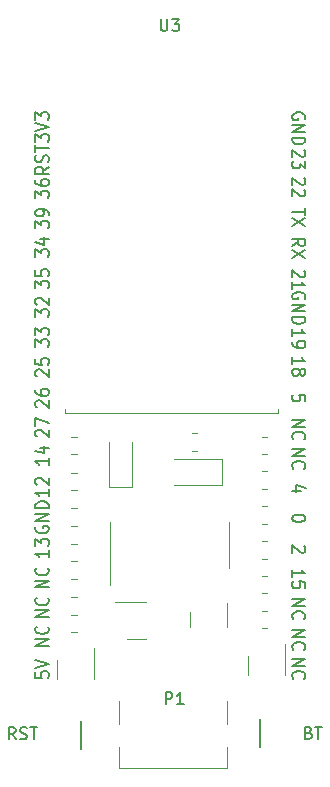
<source format=gbr>
%TF.GenerationSoftware,KiCad,Pcbnew,7.0.6-0*%
%TF.CreationDate,2024-01-10T12:45:23-06:00*%
%TF.ProjectId,ESP32_DevKit,45535033-325f-4446-9576-4b69742e6b69,rev?*%
%TF.SameCoordinates,Original*%
%TF.FileFunction,Legend,Top*%
%TF.FilePolarity,Positive*%
%FSLAX46Y46*%
G04 Gerber Fmt 4.6, Leading zero omitted, Abs format (unit mm)*
G04 Created by KiCad (PCBNEW 7.0.6-0) date 2024-01-10 12:45:23*
%MOMM*%
%LPD*%
G01*
G04 APERTURE LIST*
%ADD10C,0.177800*%
%ADD11C,0.150000*%
%ADD12C,0.120000*%
%ADD13C,0.200000*%
G04 APERTURE END LIST*
D10*
X200719127Y-90368877D02*
X201862127Y-90368877D01*
X201862127Y-90368877D02*
X200719127Y-90949449D01*
X200719127Y-90949449D02*
X201862127Y-90949449D01*
X200827984Y-92013830D02*
X200773556Y-91965449D01*
X200773556Y-91965449D02*
X200719127Y-91820306D01*
X200719127Y-91820306D02*
X200719127Y-91723544D01*
X200719127Y-91723544D02*
X200773556Y-91578401D01*
X200773556Y-91578401D02*
X200882413Y-91481639D01*
X200882413Y-91481639D02*
X200991270Y-91433258D01*
X200991270Y-91433258D02*
X201208984Y-91384877D01*
X201208984Y-91384877D02*
X201372270Y-91384877D01*
X201372270Y-91384877D02*
X201589984Y-91433258D01*
X201589984Y-91433258D02*
X201698841Y-91481639D01*
X201698841Y-91481639D02*
X201807698Y-91578401D01*
X201807698Y-91578401D02*
X201862127Y-91723544D01*
X201862127Y-91723544D02*
X201862127Y-91820306D01*
X201862127Y-91820306D02*
X201807698Y-91965449D01*
X201807698Y-91965449D02*
X201753270Y-92013830D01*
X179007872Y-66427884D02*
X179007872Y-65798931D01*
X179007872Y-65798931D02*
X179443301Y-66137598D01*
X179443301Y-66137598D02*
X179443301Y-65992455D01*
X179443301Y-65992455D02*
X179497729Y-65895693D01*
X179497729Y-65895693D02*
X179552158Y-65847312D01*
X179552158Y-65847312D02*
X179661015Y-65798931D01*
X179661015Y-65798931D02*
X179933158Y-65798931D01*
X179933158Y-65798931D02*
X180042015Y-65847312D01*
X180042015Y-65847312D02*
X180096444Y-65895693D01*
X180096444Y-65895693D02*
X180150872Y-65992455D01*
X180150872Y-65992455D02*
X180150872Y-66282741D01*
X180150872Y-66282741D02*
X180096444Y-66379503D01*
X180096444Y-66379503D02*
X180042015Y-66427884D01*
X179116729Y-65411884D02*
X179062301Y-65363503D01*
X179062301Y-65363503D02*
X179007872Y-65266741D01*
X179007872Y-65266741D02*
X179007872Y-65024836D01*
X179007872Y-65024836D02*
X179062301Y-64928074D01*
X179062301Y-64928074D02*
X179116729Y-64879693D01*
X179116729Y-64879693D02*
X179225586Y-64831312D01*
X179225586Y-64831312D02*
X179334444Y-64831312D01*
X179334444Y-64831312D02*
X179497729Y-64879693D01*
X179497729Y-64879693D02*
X180150872Y-65460265D01*
X180150872Y-65460265D02*
X180150872Y-64831312D01*
X201753270Y-85830496D02*
X201807698Y-85878877D01*
X201807698Y-85878877D02*
X201862127Y-85975639D01*
X201862127Y-85975639D02*
X201862127Y-86217544D01*
X201862127Y-86217544D02*
X201807698Y-86314306D01*
X201807698Y-86314306D02*
X201753270Y-86362687D01*
X201753270Y-86362687D02*
X201644413Y-86411068D01*
X201644413Y-86411068D02*
X201535556Y-86411068D01*
X201535556Y-86411068D02*
X201372270Y-86362687D01*
X201372270Y-86362687D02*
X200719127Y-85782115D01*
X200719127Y-85782115D02*
X200719127Y-86411068D01*
X179007872Y-61357884D02*
X179007872Y-60728931D01*
X179007872Y-60728931D02*
X179443301Y-61067598D01*
X179443301Y-61067598D02*
X179443301Y-60922455D01*
X179443301Y-60922455D02*
X179497729Y-60825693D01*
X179497729Y-60825693D02*
X179552158Y-60777312D01*
X179552158Y-60777312D02*
X179661015Y-60728931D01*
X179661015Y-60728931D02*
X179933158Y-60728931D01*
X179933158Y-60728931D02*
X180042015Y-60777312D01*
X180042015Y-60777312D02*
X180096444Y-60825693D01*
X180096444Y-60825693D02*
X180150872Y-60922455D01*
X180150872Y-60922455D02*
X180150872Y-61212741D01*
X180150872Y-61212741D02*
X180096444Y-61309503D01*
X180096444Y-61309503D02*
X180042015Y-61357884D01*
X179388872Y-59858074D02*
X180150872Y-59858074D01*
X178953444Y-60099979D02*
X179769872Y-60341884D01*
X179769872Y-60341884D02*
X179769872Y-59712931D01*
X180150872Y-86198931D02*
X180150872Y-86779503D01*
X180150872Y-86489217D02*
X179007872Y-86489217D01*
X179007872Y-86489217D02*
X179171158Y-86585979D01*
X179171158Y-86585979D02*
X179280015Y-86682741D01*
X179280015Y-86682741D02*
X179334444Y-86779503D01*
X179007872Y-85860265D02*
X179007872Y-85231312D01*
X179007872Y-85231312D02*
X179443301Y-85569979D01*
X179443301Y-85569979D02*
X179443301Y-85424836D01*
X179443301Y-85424836D02*
X179497729Y-85328074D01*
X179497729Y-85328074D02*
X179552158Y-85279693D01*
X179552158Y-85279693D02*
X179661015Y-85231312D01*
X179661015Y-85231312D02*
X179933158Y-85231312D01*
X179933158Y-85231312D02*
X180042015Y-85279693D01*
X180042015Y-85279693D02*
X180096444Y-85328074D01*
X180096444Y-85328074D02*
X180150872Y-85424836D01*
X180150872Y-85424836D02*
X180150872Y-85715122D01*
X180150872Y-85715122D02*
X180096444Y-85811884D01*
X180096444Y-85811884D02*
X180042015Y-85860265D01*
X179007872Y-56377884D02*
X179007872Y-55748931D01*
X179007872Y-55748931D02*
X179443301Y-56087598D01*
X179443301Y-56087598D02*
X179443301Y-55942455D01*
X179443301Y-55942455D02*
X179497729Y-55845693D01*
X179497729Y-55845693D02*
X179552158Y-55797312D01*
X179552158Y-55797312D02*
X179661015Y-55748931D01*
X179661015Y-55748931D02*
X179933158Y-55748931D01*
X179933158Y-55748931D02*
X180042015Y-55797312D01*
X180042015Y-55797312D02*
X180096444Y-55845693D01*
X180096444Y-55845693D02*
X180150872Y-55942455D01*
X180150872Y-55942455D02*
X180150872Y-56232741D01*
X180150872Y-56232741D02*
X180096444Y-56329503D01*
X180096444Y-56329503D02*
X180042015Y-56377884D01*
X179007872Y-54878074D02*
X179007872Y-55071598D01*
X179007872Y-55071598D02*
X179062301Y-55168360D01*
X179062301Y-55168360D02*
X179116729Y-55216741D01*
X179116729Y-55216741D02*
X179280015Y-55313503D01*
X179280015Y-55313503D02*
X179497729Y-55361884D01*
X179497729Y-55361884D02*
X179933158Y-55361884D01*
X179933158Y-55361884D02*
X180042015Y-55313503D01*
X180042015Y-55313503D02*
X180096444Y-55265122D01*
X180096444Y-55265122D02*
X180150872Y-55168360D01*
X180150872Y-55168360D02*
X180150872Y-54974836D01*
X180150872Y-54974836D02*
X180096444Y-54878074D01*
X180096444Y-54878074D02*
X180042015Y-54829693D01*
X180042015Y-54829693D02*
X179933158Y-54781312D01*
X179933158Y-54781312D02*
X179661015Y-54781312D01*
X179661015Y-54781312D02*
X179552158Y-54829693D01*
X179552158Y-54829693D02*
X179497729Y-54878074D01*
X179497729Y-54878074D02*
X179443301Y-54974836D01*
X179443301Y-54974836D02*
X179443301Y-55168360D01*
X179443301Y-55168360D02*
X179497729Y-55265122D01*
X179497729Y-55265122D02*
X179552158Y-55313503D01*
X179552158Y-55313503D02*
X179661015Y-55361884D01*
X180150872Y-53730550D02*
X179606586Y-54069217D01*
X180150872Y-54311122D02*
X179007872Y-54311122D01*
X179007872Y-54311122D02*
X179007872Y-53924074D01*
X179007872Y-53924074D02*
X179062301Y-53827312D01*
X179062301Y-53827312D02*
X179116729Y-53778931D01*
X179116729Y-53778931D02*
X179225586Y-53730550D01*
X179225586Y-53730550D02*
X179388872Y-53730550D01*
X179388872Y-53730550D02*
X179497729Y-53778931D01*
X179497729Y-53778931D02*
X179552158Y-53827312D01*
X179552158Y-53827312D02*
X179606586Y-53924074D01*
X179606586Y-53924074D02*
X179606586Y-54311122D01*
X180096444Y-53343503D02*
X180150872Y-53198360D01*
X180150872Y-53198360D02*
X180150872Y-52956455D01*
X180150872Y-52956455D02*
X180096444Y-52859693D01*
X180096444Y-52859693D02*
X180042015Y-52811312D01*
X180042015Y-52811312D02*
X179933158Y-52762931D01*
X179933158Y-52762931D02*
X179824301Y-52762931D01*
X179824301Y-52762931D02*
X179715444Y-52811312D01*
X179715444Y-52811312D02*
X179661015Y-52859693D01*
X179661015Y-52859693D02*
X179606586Y-52956455D01*
X179606586Y-52956455D02*
X179552158Y-53149979D01*
X179552158Y-53149979D02*
X179497729Y-53246741D01*
X179497729Y-53246741D02*
X179443301Y-53295122D01*
X179443301Y-53295122D02*
X179334444Y-53343503D01*
X179334444Y-53343503D02*
X179225586Y-53343503D01*
X179225586Y-53343503D02*
X179116729Y-53295122D01*
X179116729Y-53295122D02*
X179062301Y-53246741D01*
X179062301Y-53246741D02*
X179007872Y-53149979D01*
X179007872Y-53149979D02*
X179007872Y-52908074D01*
X179007872Y-52908074D02*
X179062301Y-52762931D01*
X179007872Y-52472646D02*
X179007872Y-51892074D01*
X180150872Y-52182360D02*
X179007872Y-52182360D01*
X200719127Y-70451068D02*
X200719127Y-69870496D01*
X200719127Y-70160782D02*
X201862127Y-70160782D01*
X201862127Y-70160782D02*
X201698841Y-70064020D01*
X201698841Y-70064020D02*
X201589984Y-69967258D01*
X201589984Y-69967258D02*
X201535556Y-69870496D01*
X201372270Y-71031639D02*
X201426698Y-70934877D01*
X201426698Y-70934877D02*
X201481127Y-70886496D01*
X201481127Y-70886496D02*
X201589984Y-70838115D01*
X201589984Y-70838115D02*
X201644413Y-70838115D01*
X201644413Y-70838115D02*
X201753270Y-70886496D01*
X201753270Y-70886496D02*
X201807698Y-70934877D01*
X201807698Y-70934877D02*
X201862127Y-71031639D01*
X201862127Y-71031639D02*
X201862127Y-71225163D01*
X201862127Y-71225163D02*
X201807698Y-71321925D01*
X201807698Y-71321925D02*
X201753270Y-71370306D01*
X201753270Y-71370306D02*
X201644413Y-71418687D01*
X201644413Y-71418687D02*
X201589984Y-71418687D01*
X201589984Y-71418687D02*
X201481127Y-71370306D01*
X201481127Y-71370306D02*
X201426698Y-71321925D01*
X201426698Y-71321925D02*
X201372270Y-71225163D01*
X201372270Y-71225163D02*
X201372270Y-71031639D01*
X201372270Y-71031639D02*
X201317841Y-70934877D01*
X201317841Y-70934877D02*
X201263413Y-70886496D01*
X201263413Y-70886496D02*
X201154556Y-70838115D01*
X201154556Y-70838115D02*
X200936841Y-70838115D01*
X200936841Y-70838115D02*
X200827984Y-70886496D01*
X200827984Y-70886496D02*
X200773556Y-70934877D01*
X200773556Y-70934877D02*
X200719127Y-71031639D01*
X200719127Y-71031639D02*
X200719127Y-71225163D01*
X200719127Y-71225163D02*
X200773556Y-71321925D01*
X200773556Y-71321925D02*
X200827984Y-71370306D01*
X200827984Y-71370306D02*
X200936841Y-71418687D01*
X200936841Y-71418687D02*
X201154556Y-71418687D01*
X201154556Y-71418687D02*
X201263413Y-71370306D01*
X201263413Y-71370306D02*
X201317841Y-71321925D01*
X201317841Y-71321925D02*
X201372270Y-71225163D01*
X179062301Y-84198931D02*
X179007872Y-84295693D01*
X179007872Y-84295693D02*
X179007872Y-84440836D01*
X179007872Y-84440836D02*
X179062301Y-84585979D01*
X179062301Y-84585979D02*
X179171158Y-84682741D01*
X179171158Y-84682741D02*
X179280015Y-84731122D01*
X179280015Y-84731122D02*
X179497729Y-84779503D01*
X179497729Y-84779503D02*
X179661015Y-84779503D01*
X179661015Y-84779503D02*
X179878729Y-84731122D01*
X179878729Y-84731122D02*
X179987586Y-84682741D01*
X179987586Y-84682741D02*
X180096444Y-84585979D01*
X180096444Y-84585979D02*
X180150872Y-84440836D01*
X180150872Y-84440836D02*
X180150872Y-84344074D01*
X180150872Y-84344074D02*
X180096444Y-84198931D01*
X180096444Y-84198931D02*
X180042015Y-84150550D01*
X180042015Y-84150550D02*
X179661015Y-84150550D01*
X179661015Y-84150550D02*
X179661015Y-84344074D01*
X180150872Y-83715122D02*
X179007872Y-83715122D01*
X179007872Y-83715122D02*
X180150872Y-83134550D01*
X180150872Y-83134550D02*
X179007872Y-83134550D01*
X180150872Y-82650741D02*
X179007872Y-82650741D01*
X179007872Y-82650741D02*
X179007872Y-82408836D01*
X179007872Y-82408836D02*
X179062301Y-82263693D01*
X179062301Y-82263693D02*
X179171158Y-82166931D01*
X179171158Y-82166931D02*
X179280015Y-82118550D01*
X179280015Y-82118550D02*
X179497729Y-82070169D01*
X179497729Y-82070169D02*
X179661015Y-82070169D01*
X179661015Y-82070169D02*
X179878729Y-82118550D01*
X179878729Y-82118550D02*
X179987586Y-82166931D01*
X179987586Y-82166931D02*
X180096444Y-82263693D01*
X180096444Y-82263693D02*
X180150872Y-82408836D01*
X180150872Y-82408836D02*
X180150872Y-82650741D01*
X180150872Y-78398931D02*
X180150872Y-78979503D01*
X180150872Y-78689217D02*
X179007872Y-78689217D01*
X179007872Y-78689217D02*
X179171158Y-78785979D01*
X179171158Y-78785979D02*
X179280015Y-78882741D01*
X179280015Y-78882741D02*
X179334444Y-78979503D01*
X179388872Y-77528074D02*
X180150872Y-77528074D01*
X178953444Y-77769979D02*
X179769872Y-78011884D01*
X179769872Y-78011884D02*
X179769872Y-77382931D01*
X179116729Y-71479503D02*
X179062301Y-71431122D01*
X179062301Y-71431122D02*
X179007872Y-71334360D01*
X179007872Y-71334360D02*
X179007872Y-71092455D01*
X179007872Y-71092455D02*
X179062301Y-70995693D01*
X179062301Y-70995693D02*
X179116729Y-70947312D01*
X179116729Y-70947312D02*
X179225586Y-70898931D01*
X179225586Y-70898931D02*
X179334444Y-70898931D01*
X179334444Y-70898931D02*
X179497729Y-70947312D01*
X179497729Y-70947312D02*
X180150872Y-71527884D01*
X180150872Y-71527884D02*
X180150872Y-70898931D01*
X179007872Y-69979693D02*
X179007872Y-70463503D01*
X179007872Y-70463503D02*
X179552158Y-70511884D01*
X179552158Y-70511884D02*
X179497729Y-70463503D01*
X179497729Y-70463503D02*
X179443301Y-70366741D01*
X179443301Y-70366741D02*
X179443301Y-70124836D01*
X179443301Y-70124836D02*
X179497729Y-70028074D01*
X179497729Y-70028074D02*
X179552158Y-69979693D01*
X179552158Y-69979693D02*
X179661015Y-69931312D01*
X179661015Y-69931312D02*
X179933158Y-69931312D01*
X179933158Y-69931312D02*
X180042015Y-69979693D01*
X180042015Y-69979693D02*
X180096444Y-70028074D01*
X180096444Y-70028074D02*
X180150872Y-70124836D01*
X180150872Y-70124836D02*
X180150872Y-70366741D01*
X180150872Y-70366741D02*
X180096444Y-70463503D01*
X180096444Y-70463503D02*
X180042015Y-70511884D01*
X201753270Y-52330496D02*
X201807698Y-52378877D01*
X201807698Y-52378877D02*
X201862127Y-52475639D01*
X201862127Y-52475639D02*
X201862127Y-52717544D01*
X201862127Y-52717544D02*
X201807698Y-52814306D01*
X201807698Y-52814306D02*
X201753270Y-52862687D01*
X201753270Y-52862687D02*
X201644413Y-52911068D01*
X201644413Y-52911068D02*
X201535556Y-52911068D01*
X201535556Y-52911068D02*
X201372270Y-52862687D01*
X201372270Y-52862687D02*
X200719127Y-52282115D01*
X200719127Y-52282115D02*
X200719127Y-52911068D01*
X201862127Y-53249734D02*
X201862127Y-53878687D01*
X201862127Y-53878687D02*
X201426698Y-53540020D01*
X201426698Y-53540020D02*
X201426698Y-53685163D01*
X201426698Y-53685163D02*
X201372270Y-53781925D01*
X201372270Y-53781925D02*
X201317841Y-53830306D01*
X201317841Y-53830306D02*
X201208984Y-53878687D01*
X201208984Y-53878687D02*
X200936841Y-53878687D01*
X200936841Y-53878687D02*
X200827984Y-53830306D01*
X200827984Y-53830306D02*
X200773556Y-53781925D01*
X200773556Y-53781925D02*
X200719127Y-53685163D01*
X200719127Y-53685163D02*
X200719127Y-53394877D01*
X200719127Y-53394877D02*
X200773556Y-53298115D01*
X200773556Y-53298115D02*
X200827984Y-53249734D01*
X201862127Y-57253734D02*
X201862127Y-57834306D01*
X200719127Y-57544020D02*
X201862127Y-57544020D01*
X201862127Y-58076210D02*
X200719127Y-58753544D01*
X201862127Y-58753544D02*
X200719127Y-58076210D01*
X201753270Y-62520496D02*
X201807698Y-62568877D01*
X201807698Y-62568877D02*
X201862127Y-62665639D01*
X201862127Y-62665639D02*
X201862127Y-62907544D01*
X201862127Y-62907544D02*
X201807698Y-63004306D01*
X201807698Y-63004306D02*
X201753270Y-63052687D01*
X201753270Y-63052687D02*
X201644413Y-63101068D01*
X201644413Y-63101068D02*
X201535556Y-63101068D01*
X201535556Y-63101068D02*
X201372270Y-63052687D01*
X201372270Y-63052687D02*
X200719127Y-62472115D01*
X200719127Y-62472115D02*
X200719127Y-63101068D01*
X200719127Y-64068687D02*
X200719127Y-63488115D01*
X200719127Y-63778401D02*
X201862127Y-63778401D01*
X201862127Y-63778401D02*
X201698841Y-63681639D01*
X201698841Y-63681639D02*
X201589984Y-63584877D01*
X201589984Y-63584877D02*
X201535556Y-63488115D01*
X179116729Y-76569503D02*
X179062301Y-76521122D01*
X179062301Y-76521122D02*
X179007872Y-76424360D01*
X179007872Y-76424360D02*
X179007872Y-76182455D01*
X179007872Y-76182455D02*
X179062301Y-76085693D01*
X179062301Y-76085693D02*
X179116729Y-76037312D01*
X179116729Y-76037312D02*
X179225586Y-75988931D01*
X179225586Y-75988931D02*
X179334444Y-75988931D01*
X179334444Y-75988931D02*
X179497729Y-76037312D01*
X179497729Y-76037312D02*
X180150872Y-76617884D01*
X180150872Y-76617884D02*
X180150872Y-75988931D01*
X179007872Y-75650265D02*
X179007872Y-74972931D01*
X179007872Y-74972931D02*
X180150872Y-75408360D01*
X201862127Y-73552687D02*
X201862127Y-73068877D01*
X201862127Y-73068877D02*
X201317841Y-73020496D01*
X201317841Y-73020496D02*
X201372270Y-73068877D01*
X201372270Y-73068877D02*
X201426698Y-73165639D01*
X201426698Y-73165639D02*
X201426698Y-73407544D01*
X201426698Y-73407544D02*
X201372270Y-73504306D01*
X201372270Y-73504306D02*
X201317841Y-73552687D01*
X201317841Y-73552687D02*
X201208984Y-73601068D01*
X201208984Y-73601068D02*
X200936841Y-73601068D01*
X200936841Y-73601068D02*
X200827984Y-73552687D01*
X200827984Y-73552687D02*
X200773556Y-73504306D01*
X200773556Y-73504306D02*
X200719127Y-73407544D01*
X200719127Y-73407544D02*
X200719127Y-73165639D01*
X200719127Y-73165639D02*
X200773556Y-73068877D01*
X200773556Y-73068877D02*
X200827984Y-73020496D01*
X179007872Y-64027884D02*
X179007872Y-63398931D01*
X179007872Y-63398931D02*
X179443301Y-63737598D01*
X179443301Y-63737598D02*
X179443301Y-63592455D01*
X179443301Y-63592455D02*
X179497729Y-63495693D01*
X179497729Y-63495693D02*
X179552158Y-63447312D01*
X179552158Y-63447312D02*
X179661015Y-63398931D01*
X179661015Y-63398931D02*
X179933158Y-63398931D01*
X179933158Y-63398931D02*
X180042015Y-63447312D01*
X180042015Y-63447312D02*
X180096444Y-63495693D01*
X180096444Y-63495693D02*
X180150872Y-63592455D01*
X180150872Y-63592455D02*
X180150872Y-63882741D01*
X180150872Y-63882741D02*
X180096444Y-63979503D01*
X180096444Y-63979503D02*
X180042015Y-64027884D01*
X179007872Y-62479693D02*
X179007872Y-62963503D01*
X179007872Y-62963503D02*
X179552158Y-63011884D01*
X179552158Y-63011884D02*
X179497729Y-62963503D01*
X179497729Y-62963503D02*
X179443301Y-62866741D01*
X179443301Y-62866741D02*
X179443301Y-62624836D01*
X179443301Y-62624836D02*
X179497729Y-62528074D01*
X179497729Y-62528074D02*
X179552158Y-62479693D01*
X179552158Y-62479693D02*
X179661015Y-62431312D01*
X179661015Y-62431312D02*
X179933158Y-62431312D01*
X179933158Y-62431312D02*
X180042015Y-62479693D01*
X180042015Y-62479693D02*
X180096444Y-62528074D01*
X180096444Y-62528074D02*
X180150872Y-62624836D01*
X180150872Y-62624836D02*
X180150872Y-62866741D01*
X180150872Y-62866741D02*
X180096444Y-62963503D01*
X180096444Y-62963503D02*
X180042015Y-63011884D01*
X179007872Y-96497312D02*
X179007872Y-96981122D01*
X179007872Y-96981122D02*
X179552158Y-97029503D01*
X179552158Y-97029503D02*
X179497729Y-96981122D01*
X179497729Y-96981122D02*
X179443301Y-96884360D01*
X179443301Y-96884360D02*
X179443301Y-96642455D01*
X179443301Y-96642455D02*
X179497729Y-96545693D01*
X179497729Y-96545693D02*
X179552158Y-96497312D01*
X179552158Y-96497312D02*
X179661015Y-96448931D01*
X179661015Y-96448931D02*
X179933158Y-96448931D01*
X179933158Y-96448931D02*
X180042015Y-96497312D01*
X180042015Y-96497312D02*
X180096444Y-96545693D01*
X180096444Y-96545693D02*
X180150872Y-96642455D01*
X180150872Y-96642455D02*
X180150872Y-96884360D01*
X180150872Y-96884360D02*
X180096444Y-96981122D01*
X180096444Y-96981122D02*
X180042015Y-97029503D01*
X179007872Y-96158646D02*
X180150872Y-95819979D01*
X180150872Y-95819979D02*
X179007872Y-95481312D01*
X180150872Y-81028931D02*
X180150872Y-81609503D01*
X180150872Y-81319217D02*
X179007872Y-81319217D01*
X179007872Y-81319217D02*
X179171158Y-81415979D01*
X179171158Y-81415979D02*
X179280015Y-81512741D01*
X179280015Y-81512741D02*
X179334444Y-81609503D01*
X179116729Y-80641884D02*
X179062301Y-80593503D01*
X179062301Y-80593503D02*
X179007872Y-80496741D01*
X179007872Y-80496741D02*
X179007872Y-80254836D01*
X179007872Y-80254836D02*
X179062301Y-80158074D01*
X179062301Y-80158074D02*
X179116729Y-80109693D01*
X179116729Y-80109693D02*
X179225586Y-80061312D01*
X179225586Y-80061312D02*
X179334444Y-80061312D01*
X179334444Y-80061312D02*
X179497729Y-80109693D01*
X179497729Y-80109693D02*
X180150872Y-80690265D01*
X180150872Y-80690265D02*
X180150872Y-80061312D01*
X179007872Y-68987884D02*
X179007872Y-68358931D01*
X179007872Y-68358931D02*
X179443301Y-68697598D01*
X179443301Y-68697598D02*
X179443301Y-68552455D01*
X179443301Y-68552455D02*
X179497729Y-68455693D01*
X179497729Y-68455693D02*
X179552158Y-68407312D01*
X179552158Y-68407312D02*
X179661015Y-68358931D01*
X179661015Y-68358931D02*
X179933158Y-68358931D01*
X179933158Y-68358931D02*
X180042015Y-68407312D01*
X180042015Y-68407312D02*
X180096444Y-68455693D01*
X180096444Y-68455693D02*
X180150872Y-68552455D01*
X180150872Y-68552455D02*
X180150872Y-68842741D01*
X180150872Y-68842741D02*
X180096444Y-68939503D01*
X180096444Y-68939503D02*
X180042015Y-68987884D01*
X179007872Y-68020265D02*
X179007872Y-67391312D01*
X179007872Y-67391312D02*
X179443301Y-67729979D01*
X179443301Y-67729979D02*
X179443301Y-67584836D01*
X179443301Y-67584836D02*
X179497729Y-67488074D01*
X179497729Y-67488074D02*
X179552158Y-67439693D01*
X179552158Y-67439693D02*
X179661015Y-67391312D01*
X179661015Y-67391312D02*
X179933158Y-67391312D01*
X179933158Y-67391312D02*
X180042015Y-67439693D01*
X180042015Y-67439693D02*
X180096444Y-67488074D01*
X180096444Y-67488074D02*
X180150872Y-67584836D01*
X180150872Y-67584836D02*
X180150872Y-67875122D01*
X180150872Y-67875122D02*
X180096444Y-67971884D01*
X180096444Y-67971884D02*
X180042015Y-68020265D01*
X201807698Y-49721068D02*
X201862127Y-49624306D01*
X201862127Y-49624306D02*
X201862127Y-49479163D01*
X201862127Y-49479163D02*
X201807698Y-49334020D01*
X201807698Y-49334020D02*
X201698841Y-49237258D01*
X201698841Y-49237258D02*
X201589984Y-49188877D01*
X201589984Y-49188877D02*
X201372270Y-49140496D01*
X201372270Y-49140496D02*
X201208984Y-49140496D01*
X201208984Y-49140496D02*
X200991270Y-49188877D01*
X200991270Y-49188877D02*
X200882413Y-49237258D01*
X200882413Y-49237258D02*
X200773556Y-49334020D01*
X200773556Y-49334020D02*
X200719127Y-49479163D01*
X200719127Y-49479163D02*
X200719127Y-49575925D01*
X200719127Y-49575925D02*
X200773556Y-49721068D01*
X200773556Y-49721068D02*
X200827984Y-49769449D01*
X200827984Y-49769449D02*
X201208984Y-49769449D01*
X201208984Y-49769449D02*
X201208984Y-49575925D01*
X200719127Y-50204877D02*
X201862127Y-50204877D01*
X201862127Y-50204877D02*
X200719127Y-50785449D01*
X200719127Y-50785449D02*
X201862127Y-50785449D01*
X200719127Y-51269258D02*
X201862127Y-51269258D01*
X201862127Y-51269258D02*
X201862127Y-51511163D01*
X201862127Y-51511163D02*
X201807698Y-51656306D01*
X201807698Y-51656306D02*
X201698841Y-51753068D01*
X201698841Y-51753068D02*
X201589984Y-51801449D01*
X201589984Y-51801449D02*
X201372270Y-51849830D01*
X201372270Y-51849830D02*
X201208984Y-51849830D01*
X201208984Y-51849830D02*
X200991270Y-51801449D01*
X200991270Y-51801449D02*
X200882413Y-51753068D01*
X200882413Y-51753068D02*
X200773556Y-51656306D01*
X200773556Y-51656306D02*
X200719127Y-51511163D01*
X200719127Y-51511163D02*
X200719127Y-51269258D01*
X201862127Y-83452401D02*
X201862127Y-83549163D01*
X201862127Y-83549163D02*
X201807698Y-83645925D01*
X201807698Y-83645925D02*
X201753270Y-83694306D01*
X201753270Y-83694306D02*
X201644413Y-83742687D01*
X201644413Y-83742687D02*
X201426698Y-83791068D01*
X201426698Y-83791068D02*
X201154556Y-83791068D01*
X201154556Y-83791068D02*
X200936841Y-83742687D01*
X200936841Y-83742687D02*
X200827984Y-83694306D01*
X200827984Y-83694306D02*
X200773556Y-83645925D01*
X200773556Y-83645925D02*
X200719127Y-83549163D01*
X200719127Y-83549163D02*
X200719127Y-83452401D01*
X200719127Y-83452401D02*
X200773556Y-83355639D01*
X200773556Y-83355639D02*
X200827984Y-83307258D01*
X200827984Y-83307258D02*
X200936841Y-83258877D01*
X200936841Y-83258877D02*
X201154556Y-83210496D01*
X201154556Y-83210496D02*
X201426698Y-83210496D01*
X201426698Y-83210496D02*
X201644413Y-83258877D01*
X201644413Y-83258877D02*
X201753270Y-83307258D01*
X201753270Y-83307258D02*
X201807698Y-83355639D01*
X201807698Y-83355639D02*
X201862127Y-83452401D01*
X200719127Y-95428877D02*
X201862127Y-95428877D01*
X201862127Y-95428877D02*
X200719127Y-96009449D01*
X200719127Y-96009449D02*
X201862127Y-96009449D01*
X200827984Y-97073830D02*
X200773556Y-97025449D01*
X200773556Y-97025449D02*
X200719127Y-96880306D01*
X200719127Y-96880306D02*
X200719127Y-96783544D01*
X200719127Y-96783544D02*
X200773556Y-96638401D01*
X200773556Y-96638401D02*
X200882413Y-96541639D01*
X200882413Y-96541639D02*
X200991270Y-96493258D01*
X200991270Y-96493258D02*
X201208984Y-96444877D01*
X201208984Y-96444877D02*
X201372270Y-96444877D01*
X201372270Y-96444877D02*
X201589984Y-96493258D01*
X201589984Y-96493258D02*
X201698841Y-96541639D01*
X201698841Y-96541639D02*
X201807698Y-96638401D01*
X201807698Y-96638401D02*
X201862127Y-96783544D01*
X201862127Y-96783544D02*
X201862127Y-96880306D01*
X201862127Y-96880306D02*
X201807698Y-97025449D01*
X201807698Y-97025449D02*
X201753270Y-97073830D01*
X200719127Y-75148877D02*
X201862127Y-75148877D01*
X201862127Y-75148877D02*
X200719127Y-75729449D01*
X200719127Y-75729449D02*
X201862127Y-75729449D01*
X200827984Y-76793830D02*
X200773556Y-76745449D01*
X200773556Y-76745449D02*
X200719127Y-76600306D01*
X200719127Y-76600306D02*
X200719127Y-76503544D01*
X200719127Y-76503544D02*
X200773556Y-76358401D01*
X200773556Y-76358401D02*
X200882413Y-76261639D01*
X200882413Y-76261639D02*
X200991270Y-76213258D01*
X200991270Y-76213258D02*
X201208984Y-76164877D01*
X201208984Y-76164877D02*
X201372270Y-76164877D01*
X201372270Y-76164877D02*
X201589984Y-76213258D01*
X201589984Y-76213258D02*
X201698841Y-76261639D01*
X201698841Y-76261639D02*
X201807698Y-76358401D01*
X201807698Y-76358401D02*
X201862127Y-76503544D01*
X201862127Y-76503544D02*
X201862127Y-76600306D01*
X201862127Y-76600306D02*
X201807698Y-76745449D01*
X201807698Y-76745449D02*
X201753270Y-76793830D01*
X180150872Y-91861122D02*
X179007872Y-91861122D01*
X179007872Y-91861122D02*
X180150872Y-91280550D01*
X180150872Y-91280550D02*
X179007872Y-91280550D01*
X180042015Y-90216169D02*
X180096444Y-90264550D01*
X180096444Y-90264550D02*
X180150872Y-90409693D01*
X180150872Y-90409693D02*
X180150872Y-90506455D01*
X180150872Y-90506455D02*
X180096444Y-90651598D01*
X180096444Y-90651598D02*
X179987586Y-90748360D01*
X179987586Y-90748360D02*
X179878729Y-90796741D01*
X179878729Y-90796741D02*
X179661015Y-90845122D01*
X179661015Y-90845122D02*
X179497729Y-90845122D01*
X179497729Y-90845122D02*
X179280015Y-90796741D01*
X179280015Y-90796741D02*
X179171158Y-90748360D01*
X179171158Y-90748360D02*
X179062301Y-90651598D01*
X179062301Y-90651598D02*
X179007872Y-90506455D01*
X179007872Y-90506455D02*
X179007872Y-90409693D01*
X179007872Y-90409693D02*
X179062301Y-90264550D01*
X179062301Y-90264550D02*
X179116729Y-90216169D01*
X200719127Y-77638877D02*
X201862127Y-77638877D01*
X201862127Y-77638877D02*
X200719127Y-78219449D01*
X200719127Y-78219449D02*
X201862127Y-78219449D01*
X200827984Y-79283830D02*
X200773556Y-79235449D01*
X200773556Y-79235449D02*
X200719127Y-79090306D01*
X200719127Y-79090306D02*
X200719127Y-78993544D01*
X200719127Y-78993544D02*
X200773556Y-78848401D01*
X200773556Y-78848401D02*
X200882413Y-78751639D01*
X200882413Y-78751639D02*
X200991270Y-78703258D01*
X200991270Y-78703258D02*
X201208984Y-78654877D01*
X201208984Y-78654877D02*
X201372270Y-78654877D01*
X201372270Y-78654877D02*
X201589984Y-78703258D01*
X201589984Y-78703258D02*
X201698841Y-78751639D01*
X201698841Y-78751639D02*
X201807698Y-78848401D01*
X201807698Y-78848401D02*
X201862127Y-78993544D01*
X201862127Y-78993544D02*
X201862127Y-79090306D01*
X201862127Y-79090306D02*
X201807698Y-79235449D01*
X201807698Y-79235449D02*
X201753270Y-79283830D01*
X200719127Y-92978877D02*
X201862127Y-92978877D01*
X201862127Y-92978877D02*
X200719127Y-93559449D01*
X200719127Y-93559449D02*
X201862127Y-93559449D01*
X200827984Y-94623830D02*
X200773556Y-94575449D01*
X200773556Y-94575449D02*
X200719127Y-94430306D01*
X200719127Y-94430306D02*
X200719127Y-94333544D01*
X200719127Y-94333544D02*
X200773556Y-94188401D01*
X200773556Y-94188401D02*
X200882413Y-94091639D01*
X200882413Y-94091639D02*
X200991270Y-94043258D01*
X200991270Y-94043258D02*
X201208984Y-93994877D01*
X201208984Y-93994877D02*
X201372270Y-93994877D01*
X201372270Y-93994877D02*
X201589984Y-94043258D01*
X201589984Y-94043258D02*
X201698841Y-94091639D01*
X201698841Y-94091639D02*
X201807698Y-94188401D01*
X201807698Y-94188401D02*
X201862127Y-94333544D01*
X201862127Y-94333544D02*
X201862127Y-94430306D01*
X201862127Y-94430306D02*
X201807698Y-94575449D01*
X201807698Y-94575449D02*
X201753270Y-94623830D01*
X180150872Y-89351122D02*
X179007872Y-89351122D01*
X179007872Y-89351122D02*
X180150872Y-88770550D01*
X180150872Y-88770550D02*
X179007872Y-88770550D01*
X180042015Y-87706169D02*
X180096444Y-87754550D01*
X180096444Y-87754550D02*
X180150872Y-87899693D01*
X180150872Y-87899693D02*
X180150872Y-87996455D01*
X180150872Y-87996455D02*
X180096444Y-88141598D01*
X180096444Y-88141598D02*
X179987586Y-88238360D01*
X179987586Y-88238360D02*
X179878729Y-88286741D01*
X179878729Y-88286741D02*
X179661015Y-88335122D01*
X179661015Y-88335122D02*
X179497729Y-88335122D01*
X179497729Y-88335122D02*
X179280015Y-88286741D01*
X179280015Y-88286741D02*
X179171158Y-88238360D01*
X179171158Y-88238360D02*
X179062301Y-88141598D01*
X179062301Y-88141598D02*
X179007872Y-87996455D01*
X179007872Y-87996455D02*
X179007872Y-87899693D01*
X179007872Y-87899693D02*
X179062301Y-87754550D01*
X179062301Y-87754550D02*
X179116729Y-87706169D01*
X200719127Y-68091068D02*
X200719127Y-67510496D01*
X200719127Y-67800782D02*
X201862127Y-67800782D01*
X201862127Y-67800782D02*
X201698841Y-67704020D01*
X201698841Y-67704020D02*
X201589984Y-67607258D01*
X201589984Y-67607258D02*
X201535556Y-67510496D01*
X200719127Y-68574877D02*
X200719127Y-68768401D01*
X200719127Y-68768401D02*
X200773556Y-68865163D01*
X200773556Y-68865163D02*
X200827984Y-68913544D01*
X200827984Y-68913544D02*
X200991270Y-69010306D01*
X200991270Y-69010306D02*
X201208984Y-69058687D01*
X201208984Y-69058687D02*
X201644413Y-69058687D01*
X201644413Y-69058687D02*
X201753270Y-69010306D01*
X201753270Y-69010306D02*
X201807698Y-68961925D01*
X201807698Y-68961925D02*
X201862127Y-68865163D01*
X201862127Y-68865163D02*
X201862127Y-68671639D01*
X201862127Y-68671639D02*
X201807698Y-68574877D01*
X201807698Y-68574877D02*
X201753270Y-68526496D01*
X201753270Y-68526496D02*
X201644413Y-68478115D01*
X201644413Y-68478115D02*
X201372270Y-68478115D01*
X201372270Y-68478115D02*
X201263413Y-68526496D01*
X201263413Y-68526496D02*
X201208984Y-68574877D01*
X201208984Y-68574877D02*
X201154556Y-68671639D01*
X201154556Y-68671639D02*
X201154556Y-68865163D01*
X201154556Y-68865163D02*
X201208984Y-68961925D01*
X201208984Y-68961925D02*
X201263413Y-69010306D01*
X201263413Y-69010306D02*
X201372270Y-69058687D01*
X179007872Y-58947884D02*
X179007872Y-58318931D01*
X179007872Y-58318931D02*
X179443301Y-58657598D01*
X179443301Y-58657598D02*
X179443301Y-58512455D01*
X179443301Y-58512455D02*
X179497729Y-58415693D01*
X179497729Y-58415693D02*
X179552158Y-58367312D01*
X179552158Y-58367312D02*
X179661015Y-58318931D01*
X179661015Y-58318931D02*
X179933158Y-58318931D01*
X179933158Y-58318931D02*
X180042015Y-58367312D01*
X180042015Y-58367312D02*
X180096444Y-58415693D01*
X180096444Y-58415693D02*
X180150872Y-58512455D01*
X180150872Y-58512455D02*
X180150872Y-58802741D01*
X180150872Y-58802741D02*
X180096444Y-58899503D01*
X180096444Y-58899503D02*
X180042015Y-58947884D01*
X180150872Y-57835122D02*
X180150872Y-57641598D01*
X180150872Y-57641598D02*
X180096444Y-57544836D01*
X180096444Y-57544836D02*
X180042015Y-57496455D01*
X180042015Y-57496455D02*
X179878729Y-57399693D01*
X179878729Y-57399693D02*
X179661015Y-57351312D01*
X179661015Y-57351312D02*
X179225586Y-57351312D01*
X179225586Y-57351312D02*
X179116729Y-57399693D01*
X179116729Y-57399693D02*
X179062301Y-57448074D01*
X179062301Y-57448074D02*
X179007872Y-57544836D01*
X179007872Y-57544836D02*
X179007872Y-57738360D01*
X179007872Y-57738360D02*
X179062301Y-57835122D01*
X179062301Y-57835122D02*
X179116729Y-57883503D01*
X179116729Y-57883503D02*
X179225586Y-57931884D01*
X179225586Y-57931884D02*
X179497729Y-57931884D01*
X179497729Y-57931884D02*
X179606586Y-57883503D01*
X179606586Y-57883503D02*
X179661015Y-57835122D01*
X179661015Y-57835122D02*
X179715444Y-57738360D01*
X179715444Y-57738360D02*
X179715444Y-57544836D01*
X179715444Y-57544836D02*
X179661015Y-57448074D01*
X179661015Y-57448074D02*
X179606586Y-57399693D01*
X179606586Y-57399693D02*
X179497729Y-57351312D01*
X179116729Y-74089503D02*
X179062301Y-74041122D01*
X179062301Y-74041122D02*
X179007872Y-73944360D01*
X179007872Y-73944360D02*
X179007872Y-73702455D01*
X179007872Y-73702455D02*
X179062301Y-73605693D01*
X179062301Y-73605693D02*
X179116729Y-73557312D01*
X179116729Y-73557312D02*
X179225586Y-73508931D01*
X179225586Y-73508931D02*
X179334444Y-73508931D01*
X179334444Y-73508931D02*
X179497729Y-73557312D01*
X179497729Y-73557312D02*
X180150872Y-74137884D01*
X180150872Y-74137884D02*
X180150872Y-73508931D01*
X179007872Y-72638074D02*
X179007872Y-72831598D01*
X179007872Y-72831598D02*
X179062301Y-72928360D01*
X179062301Y-72928360D02*
X179116729Y-72976741D01*
X179116729Y-72976741D02*
X179280015Y-73073503D01*
X179280015Y-73073503D02*
X179497729Y-73121884D01*
X179497729Y-73121884D02*
X179933158Y-73121884D01*
X179933158Y-73121884D02*
X180042015Y-73073503D01*
X180042015Y-73073503D02*
X180096444Y-73025122D01*
X180096444Y-73025122D02*
X180150872Y-72928360D01*
X180150872Y-72928360D02*
X180150872Y-72734836D01*
X180150872Y-72734836D02*
X180096444Y-72638074D01*
X180096444Y-72638074D02*
X180042015Y-72589693D01*
X180042015Y-72589693D02*
X179933158Y-72541312D01*
X179933158Y-72541312D02*
X179661015Y-72541312D01*
X179661015Y-72541312D02*
X179552158Y-72589693D01*
X179552158Y-72589693D02*
X179497729Y-72638074D01*
X179497729Y-72638074D02*
X179443301Y-72734836D01*
X179443301Y-72734836D02*
X179443301Y-72928360D01*
X179443301Y-72928360D02*
X179497729Y-73025122D01*
X179497729Y-73025122D02*
X179552158Y-73073503D01*
X179552158Y-73073503D02*
X179661015Y-73121884D01*
X200719127Y-88451068D02*
X200719127Y-87870496D01*
X200719127Y-88160782D02*
X201862127Y-88160782D01*
X201862127Y-88160782D02*
X201698841Y-88064020D01*
X201698841Y-88064020D02*
X201589984Y-87967258D01*
X201589984Y-87967258D02*
X201535556Y-87870496D01*
X201862127Y-89370306D02*
X201862127Y-88886496D01*
X201862127Y-88886496D02*
X201317841Y-88838115D01*
X201317841Y-88838115D02*
X201372270Y-88886496D01*
X201372270Y-88886496D02*
X201426698Y-88983258D01*
X201426698Y-88983258D02*
X201426698Y-89225163D01*
X201426698Y-89225163D02*
X201372270Y-89321925D01*
X201372270Y-89321925D02*
X201317841Y-89370306D01*
X201317841Y-89370306D02*
X201208984Y-89418687D01*
X201208984Y-89418687D02*
X200936841Y-89418687D01*
X200936841Y-89418687D02*
X200827984Y-89370306D01*
X200827984Y-89370306D02*
X200773556Y-89321925D01*
X200773556Y-89321925D02*
X200719127Y-89225163D01*
X200719127Y-89225163D02*
X200719127Y-88983258D01*
X200719127Y-88983258D02*
X200773556Y-88886496D01*
X200773556Y-88886496D02*
X200827984Y-88838115D01*
X201481127Y-81164306D02*
X200719127Y-81164306D01*
X201916556Y-80922401D02*
X201100127Y-80680496D01*
X201100127Y-80680496D02*
X201100127Y-81309449D01*
X200709127Y-60439449D02*
X201253413Y-60100782D01*
X200709127Y-59858877D02*
X201852127Y-59858877D01*
X201852127Y-59858877D02*
X201852127Y-60245925D01*
X201852127Y-60245925D02*
X201797698Y-60342687D01*
X201797698Y-60342687D02*
X201743270Y-60391068D01*
X201743270Y-60391068D02*
X201634413Y-60439449D01*
X201634413Y-60439449D02*
X201471127Y-60439449D01*
X201471127Y-60439449D02*
X201362270Y-60391068D01*
X201362270Y-60391068D02*
X201307841Y-60342687D01*
X201307841Y-60342687D02*
X201253413Y-60245925D01*
X201253413Y-60245925D02*
X201253413Y-59858877D01*
X201852127Y-60778115D02*
X200709127Y-61455449D01*
X201852127Y-61455449D02*
X200709127Y-60778115D01*
X201753270Y-54700496D02*
X201807698Y-54748877D01*
X201807698Y-54748877D02*
X201862127Y-54845639D01*
X201862127Y-54845639D02*
X201862127Y-55087544D01*
X201862127Y-55087544D02*
X201807698Y-55184306D01*
X201807698Y-55184306D02*
X201753270Y-55232687D01*
X201753270Y-55232687D02*
X201644413Y-55281068D01*
X201644413Y-55281068D02*
X201535556Y-55281068D01*
X201535556Y-55281068D02*
X201372270Y-55232687D01*
X201372270Y-55232687D02*
X200719127Y-54652115D01*
X200719127Y-54652115D02*
X200719127Y-55281068D01*
X201753270Y-55668115D02*
X201807698Y-55716496D01*
X201807698Y-55716496D02*
X201862127Y-55813258D01*
X201862127Y-55813258D02*
X201862127Y-56055163D01*
X201862127Y-56055163D02*
X201807698Y-56151925D01*
X201807698Y-56151925D02*
X201753270Y-56200306D01*
X201753270Y-56200306D02*
X201644413Y-56248687D01*
X201644413Y-56248687D02*
X201535556Y-56248687D01*
X201535556Y-56248687D02*
X201372270Y-56200306D01*
X201372270Y-56200306D02*
X200719127Y-55619734D01*
X200719127Y-55619734D02*
X200719127Y-56248687D01*
X179007872Y-51607884D02*
X179007872Y-50978931D01*
X179007872Y-50978931D02*
X179443301Y-51317598D01*
X179443301Y-51317598D02*
X179443301Y-51172455D01*
X179443301Y-51172455D02*
X179497729Y-51075693D01*
X179497729Y-51075693D02*
X179552158Y-51027312D01*
X179552158Y-51027312D02*
X179661015Y-50978931D01*
X179661015Y-50978931D02*
X179933158Y-50978931D01*
X179933158Y-50978931D02*
X180042015Y-51027312D01*
X180042015Y-51027312D02*
X180096444Y-51075693D01*
X180096444Y-51075693D02*
X180150872Y-51172455D01*
X180150872Y-51172455D02*
X180150872Y-51462741D01*
X180150872Y-51462741D02*
X180096444Y-51559503D01*
X180096444Y-51559503D02*
X180042015Y-51607884D01*
X179007872Y-50688646D02*
X180150872Y-50349979D01*
X180150872Y-50349979D02*
X179007872Y-50011312D01*
X179007872Y-49769408D02*
X179007872Y-49140455D01*
X179007872Y-49140455D02*
X179443301Y-49479122D01*
X179443301Y-49479122D02*
X179443301Y-49333979D01*
X179443301Y-49333979D02*
X179497729Y-49237217D01*
X179497729Y-49237217D02*
X179552158Y-49188836D01*
X179552158Y-49188836D02*
X179661015Y-49140455D01*
X179661015Y-49140455D02*
X179933158Y-49140455D01*
X179933158Y-49140455D02*
X180042015Y-49188836D01*
X180042015Y-49188836D02*
X180096444Y-49237217D01*
X180096444Y-49237217D02*
X180150872Y-49333979D01*
X180150872Y-49333979D02*
X180150872Y-49624265D01*
X180150872Y-49624265D02*
X180096444Y-49721027D01*
X180096444Y-49721027D02*
X180042015Y-49769408D01*
X201807698Y-64921068D02*
X201862127Y-64824306D01*
X201862127Y-64824306D02*
X201862127Y-64679163D01*
X201862127Y-64679163D02*
X201807698Y-64534020D01*
X201807698Y-64534020D02*
X201698841Y-64437258D01*
X201698841Y-64437258D02*
X201589984Y-64388877D01*
X201589984Y-64388877D02*
X201372270Y-64340496D01*
X201372270Y-64340496D02*
X201208984Y-64340496D01*
X201208984Y-64340496D02*
X200991270Y-64388877D01*
X200991270Y-64388877D02*
X200882413Y-64437258D01*
X200882413Y-64437258D02*
X200773556Y-64534020D01*
X200773556Y-64534020D02*
X200719127Y-64679163D01*
X200719127Y-64679163D02*
X200719127Y-64775925D01*
X200719127Y-64775925D02*
X200773556Y-64921068D01*
X200773556Y-64921068D02*
X200827984Y-64969449D01*
X200827984Y-64969449D02*
X201208984Y-64969449D01*
X201208984Y-64969449D02*
X201208984Y-64775925D01*
X200719127Y-65404877D02*
X201862127Y-65404877D01*
X201862127Y-65404877D02*
X200719127Y-65985449D01*
X200719127Y-65985449D02*
X201862127Y-65985449D01*
X200719127Y-66469258D02*
X201862127Y-66469258D01*
X201862127Y-66469258D02*
X201862127Y-66711163D01*
X201862127Y-66711163D02*
X201807698Y-66856306D01*
X201807698Y-66856306D02*
X201698841Y-66953068D01*
X201698841Y-66953068D02*
X201589984Y-67001449D01*
X201589984Y-67001449D02*
X201372270Y-67049830D01*
X201372270Y-67049830D02*
X201208984Y-67049830D01*
X201208984Y-67049830D02*
X200991270Y-67001449D01*
X200991270Y-67001449D02*
X200882413Y-66953068D01*
X200882413Y-66953068D02*
X200773556Y-66856306D01*
X200773556Y-66856306D02*
X200719127Y-66711163D01*
X200719127Y-66711163D02*
X200719127Y-66469258D01*
X180150872Y-94311122D02*
X179007872Y-94311122D01*
X179007872Y-94311122D02*
X180150872Y-93730550D01*
X180150872Y-93730550D02*
X179007872Y-93730550D01*
X180042015Y-92666169D02*
X180096444Y-92714550D01*
X180096444Y-92714550D02*
X180150872Y-92859693D01*
X180150872Y-92859693D02*
X180150872Y-92956455D01*
X180150872Y-92956455D02*
X180096444Y-93101598D01*
X180096444Y-93101598D02*
X179987586Y-93198360D01*
X179987586Y-93198360D02*
X179878729Y-93246741D01*
X179878729Y-93246741D02*
X179661015Y-93295122D01*
X179661015Y-93295122D02*
X179497729Y-93295122D01*
X179497729Y-93295122D02*
X179280015Y-93246741D01*
X179280015Y-93246741D02*
X179171158Y-93198360D01*
X179171158Y-93198360D02*
X179062301Y-93101598D01*
X179062301Y-93101598D02*
X179007872Y-92956455D01*
X179007872Y-92956455D02*
X179007872Y-92859693D01*
X179007872Y-92859693D02*
X179062301Y-92714550D01*
X179062301Y-92714550D02*
X179116729Y-92666169D01*
D11*
X177321773Y-102195332D02*
X176988070Y-101718613D01*
X176749710Y-102195332D02*
X176749710Y-101194222D01*
X176749710Y-101194222D02*
X177131085Y-101194222D01*
X177131085Y-101194222D02*
X177226429Y-101241894D01*
X177226429Y-101241894D02*
X177274101Y-101289566D01*
X177274101Y-101289566D02*
X177321773Y-101384910D01*
X177321773Y-101384910D02*
X177321773Y-101527926D01*
X177321773Y-101527926D02*
X177274101Y-101623270D01*
X177274101Y-101623270D02*
X177226429Y-101670941D01*
X177226429Y-101670941D02*
X177131085Y-101718613D01*
X177131085Y-101718613D02*
X176749710Y-101718613D01*
X177703148Y-102147661D02*
X177846164Y-102195332D01*
X177846164Y-102195332D02*
X178084523Y-102195332D01*
X178084523Y-102195332D02*
X178179867Y-102147661D01*
X178179867Y-102147661D02*
X178227539Y-102099989D01*
X178227539Y-102099989D02*
X178275211Y-102004645D01*
X178275211Y-102004645D02*
X178275211Y-101909301D01*
X178275211Y-101909301D02*
X178227539Y-101813957D01*
X178227539Y-101813957D02*
X178179867Y-101766285D01*
X178179867Y-101766285D02*
X178084523Y-101718613D01*
X178084523Y-101718613D02*
X177893836Y-101670941D01*
X177893836Y-101670941D02*
X177798492Y-101623270D01*
X177798492Y-101623270D02*
X177750820Y-101575598D01*
X177750820Y-101575598D02*
X177703148Y-101480254D01*
X177703148Y-101480254D02*
X177703148Y-101384910D01*
X177703148Y-101384910D02*
X177750820Y-101289566D01*
X177750820Y-101289566D02*
X177798492Y-101241894D01*
X177798492Y-101241894D02*
X177893836Y-101194222D01*
X177893836Y-101194222D02*
X178132195Y-101194222D01*
X178132195Y-101194222D02*
X178275211Y-101241894D01*
X178561242Y-101194222D02*
X179133305Y-101194222D01*
X178847274Y-102195332D02*
X178847274Y-101194222D01*
X190029405Y-99234819D02*
X190029405Y-98234819D01*
X190029405Y-98234819D02*
X190410357Y-98234819D01*
X190410357Y-98234819D02*
X190505595Y-98282438D01*
X190505595Y-98282438D02*
X190553214Y-98330057D01*
X190553214Y-98330057D02*
X190600833Y-98425295D01*
X190600833Y-98425295D02*
X190600833Y-98568152D01*
X190600833Y-98568152D02*
X190553214Y-98663390D01*
X190553214Y-98663390D02*
X190505595Y-98711009D01*
X190505595Y-98711009D02*
X190410357Y-98758628D01*
X190410357Y-98758628D02*
X190029405Y-98758628D01*
X191553214Y-99234819D02*
X190981786Y-99234819D01*
X191267500Y-99234819D02*
X191267500Y-98234819D01*
X191267500Y-98234819D02*
X191172262Y-98377676D01*
X191172262Y-98377676D02*
X191077024Y-98472914D01*
X191077024Y-98472914D02*
X190981786Y-98520533D01*
X189605595Y-41229819D02*
X189605595Y-42039342D01*
X189605595Y-42039342D02*
X189653214Y-42134580D01*
X189653214Y-42134580D02*
X189700833Y-42182200D01*
X189700833Y-42182200D02*
X189796071Y-42229819D01*
X189796071Y-42229819D02*
X189986547Y-42229819D01*
X189986547Y-42229819D02*
X190081785Y-42182200D01*
X190081785Y-42182200D02*
X190129404Y-42134580D01*
X190129404Y-42134580D02*
X190177023Y-42039342D01*
X190177023Y-42039342D02*
X190177023Y-41229819D01*
X190557976Y-41229819D02*
X191177023Y-41229819D01*
X191177023Y-41229819D02*
X190843690Y-41610771D01*
X190843690Y-41610771D02*
X190986547Y-41610771D01*
X190986547Y-41610771D02*
X191081785Y-41658390D01*
X191081785Y-41658390D02*
X191129404Y-41706009D01*
X191129404Y-41706009D02*
X191177023Y-41801247D01*
X191177023Y-41801247D02*
X191177023Y-42039342D01*
X191177023Y-42039342D02*
X191129404Y-42134580D01*
X191129404Y-42134580D02*
X191081785Y-42182200D01*
X191081785Y-42182200D02*
X190986547Y-42229819D01*
X190986547Y-42229819D02*
X190700833Y-42229819D01*
X190700833Y-42229819D02*
X190605595Y-42182200D01*
X190605595Y-42182200D02*
X190557976Y-42134580D01*
X202150132Y-101640941D02*
X202293148Y-101688613D01*
X202293148Y-101688613D02*
X202340820Y-101736285D01*
X202340820Y-101736285D02*
X202388492Y-101831629D01*
X202388492Y-101831629D02*
X202388492Y-101974645D01*
X202388492Y-101974645D02*
X202340820Y-102069989D01*
X202340820Y-102069989D02*
X202293148Y-102117661D01*
X202293148Y-102117661D02*
X202197804Y-102165332D01*
X202197804Y-102165332D02*
X201816429Y-102165332D01*
X201816429Y-102165332D02*
X201816429Y-101164222D01*
X201816429Y-101164222D02*
X202150132Y-101164222D01*
X202150132Y-101164222D02*
X202245476Y-101211894D01*
X202245476Y-101211894D02*
X202293148Y-101259566D01*
X202293148Y-101259566D02*
X202340820Y-101354910D01*
X202340820Y-101354910D02*
X202340820Y-101450254D01*
X202340820Y-101450254D02*
X202293148Y-101545598D01*
X202293148Y-101545598D02*
X202245476Y-101593270D01*
X202245476Y-101593270D02*
X202150132Y-101640941D01*
X202150132Y-101640941D02*
X201816429Y-101640941D01*
X202674523Y-101164222D02*
X203246586Y-101164222D01*
X202960555Y-102165332D02*
X202960555Y-101164222D01*
D12*
%TO.C,R6*%
X198170436Y-91335000D02*
X198624564Y-91335000D01*
X198170436Y-92805000D02*
X198624564Y-92805000D01*
D13*
%TO.C,RST*%
X182860000Y-103065000D02*
X182860000Y-100665000D01*
D12*
%TO.C,C4*%
X182046248Y-85655000D02*
X182568752Y-85655000D01*
X182046248Y-87125000D02*
X182568752Y-87125000D01*
%TO.C,R2*%
X198170436Y-79535000D02*
X198624564Y-79535000D01*
X198170436Y-81005000D02*
X198624564Y-81005000D01*
%TO.C,D1*%
X192080000Y-91390000D02*
X192080000Y-92690000D01*
X195200000Y-92690000D02*
X195200000Y-90690000D01*
%TO.C,R5*%
X198170436Y-88385000D02*
X198624564Y-88385000D01*
X198170436Y-89855000D02*
X198624564Y-89855000D01*
%TO.C,R7*%
X192729564Y-77775000D02*
X192275436Y-77775000D01*
X192729564Y-76305000D02*
X192275436Y-76305000D01*
%TO.C,R4*%
X198170436Y-85435000D02*
X198624564Y-85435000D01*
X198170436Y-86905000D02*
X198624564Y-86905000D01*
%TO.C,C3*%
X182046248Y-82645000D02*
X182568752Y-82645000D01*
X182046248Y-84115000D02*
X182568752Y-84115000D01*
%TO.C,R1*%
X198170436Y-76585000D02*
X198624564Y-76585000D01*
X198170436Y-78055000D02*
X198624564Y-78055000D01*
%TO.C,P1*%
X186090000Y-98965000D02*
X186090000Y-100885000D01*
X186090000Y-104600000D02*
X186090000Y-102895000D01*
X195250000Y-100885000D02*
X195250000Y-98965000D01*
X195250000Y-102895000D02*
X195250000Y-104600000D01*
X195250000Y-104600000D02*
X186090000Y-104600000D01*
%TO.C,Q2*%
X183947500Y-96270000D02*
X183947500Y-94470000D01*
X183947500Y-96270000D02*
X183947500Y-97070000D01*
X180827500Y-96270000D02*
X180827500Y-95470000D01*
X180827500Y-96270000D02*
X180827500Y-97070000D01*
%TO.C,C6*%
X182046248Y-91675000D02*
X182568752Y-91675000D01*
X182046248Y-93145000D02*
X182568752Y-93145000D01*
%TO.C,C1*%
X182046248Y-76625000D02*
X182568752Y-76625000D01*
X182046248Y-78095000D02*
X182568752Y-78095000D01*
%TO.C,D2*%
X185217500Y-80867500D02*
X187217500Y-80867500D01*
X185217500Y-80867500D02*
X185217500Y-77007500D01*
X187217500Y-80867500D02*
X187217500Y-77007500D01*
%TO.C,U2*%
X185285000Y-85725000D02*
X185285000Y-89175000D01*
X185285000Y-85725000D02*
X185285000Y-83775000D01*
X195405000Y-85725000D02*
X195405000Y-87675000D01*
X195405000Y-85725000D02*
X195405000Y-83775000D01*
%TO.C,U3*%
X181507500Y-74625000D02*
X181507500Y-74270000D01*
X181507500Y-74625000D02*
X199507500Y-74625000D01*
X199507500Y-74625000D02*
X199507500Y-74270000D01*
%TO.C,C5*%
X182046248Y-88665000D02*
X182568752Y-88665000D01*
X182046248Y-90135000D02*
X182568752Y-90135000D01*
%TO.C,Q1*%
X200117500Y-95930000D02*
X200117500Y-94130000D01*
X200117500Y-95930000D02*
X200117500Y-96730000D01*
X196997500Y-95930000D02*
X196997500Y-95130000D01*
X196997500Y-95930000D02*
X196997500Y-96730000D01*
D13*
%TO.C,BT*%
X197980000Y-100495000D02*
X197980000Y-102895000D01*
D12*
%TO.C,D4*%
X194797500Y-80715000D02*
X194797500Y-78445000D01*
X194797500Y-78445000D02*
X190737500Y-78445000D01*
X190737500Y-80715000D02*
X194797500Y-80715000D01*
%TO.C,C2*%
X182046248Y-79635000D02*
X182568752Y-79635000D01*
X182046248Y-81105000D02*
X182568752Y-81105000D01*
%TO.C,U1*%
X187540000Y-90600000D02*
X185740000Y-90600000D01*
X187540000Y-90600000D02*
X188340000Y-90600000D01*
X187540000Y-93720000D02*
X186740000Y-93720000D01*
X187540000Y-93720000D02*
X188340000Y-93720000D01*
%TO.C,R3*%
X198170436Y-82485000D02*
X198624564Y-82485000D01*
X198170436Y-83955000D02*
X198624564Y-83955000D01*
%TD*%
M02*

</source>
